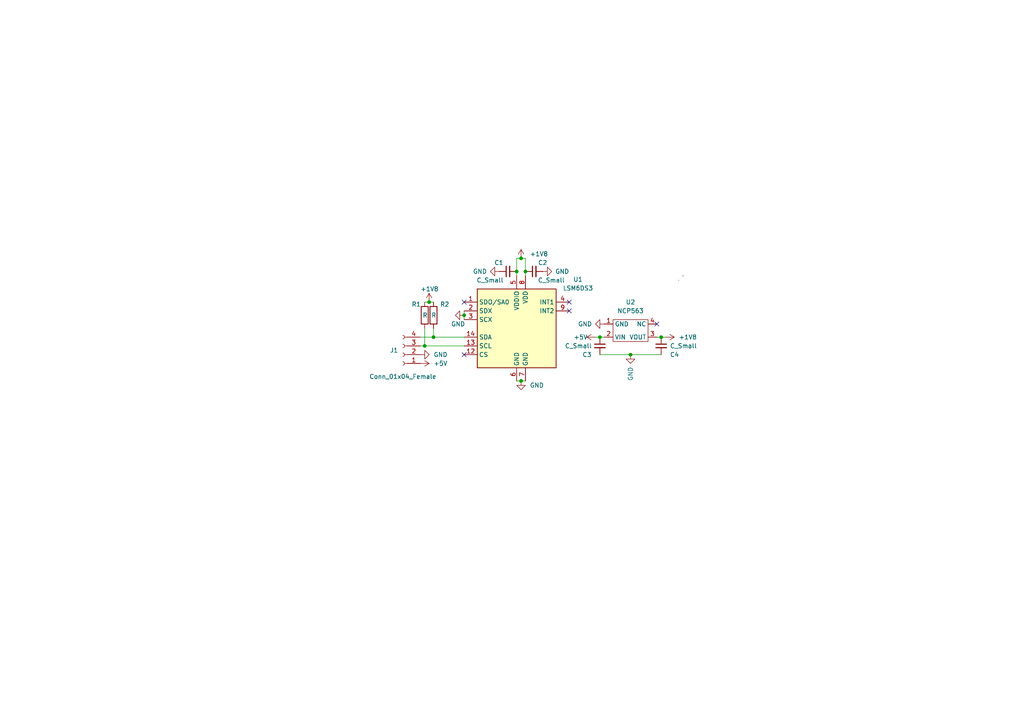
<source format=kicad_sch>
(kicad_sch (version 20211123) (generator eeschema)
  (paper "A4")
  (lib_symbols
    (symbol "Connector:Conn_01x04_Female" (pin_names (offset 1.016) hide)
      (property "Reference" "J" (at 0 5.08 0))
      (property "Value" "Conn_01x04_Female" (at 0 -7.62 0))
      (symbol "Conn_01x04_Female_1_1"
        (arc (start 0 -4.572) (mid -0.508 -5.08) (end 0 -5.588) (stroke (width 0.1524)))
        (arc (start 0 -2.032) (mid -0.508 -2.54) (end 0 -3.048) (stroke (width 0.1524)))
        (polyline (pts (xy -1.27 -5.08) (xy -0.508 -5.08)) (stroke (width 0.1524)))
        (polyline (pts (xy -1.27 -2.54) (xy -0.508 -2.54)) (stroke (width 0.1524)))
        (polyline (pts (xy -1.27 0) (xy -0.508 0)) (stroke (width 0.1524)))
        (polyline (pts (xy -1.27 2.54) (xy -0.508 2.54)) (stroke (width 0.1524)))
        (arc (start 0 0.508) (mid -0.508 0) (end 0 -0.508) (stroke (width 0.1524)))
        (arc (start 0 3.048) (mid -0.508 2.54) (end 0 2.032) (stroke (width 0.1524)))
        (pin passive line (at -5.08 2.54 0) (length 3.81) (name "Pin_1") (number "1"))
        (pin passive line (at -5.08 0 0) (length 3.81) (name "Pin_2") (number "2"))
        (pin passive line (at -5.08 -2.54 0) (length 3.81) (name "Pin_3") (number "3"))
        (pin passive line (at -5.08 -5.08 0) (length 3.81) (name "Pin_4") (number "4"))
      )
    )
    (symbol "Device:C_Small" (pin_numbers hide) (pin_names (offset 0.254) hide)
      (property "Reference" "C" (at 0.254 1.778 0))
      (property "Value" "C_Small" (at 0.254 -2.032 0))
      (symbol "C_Small_0_1"
        (polyline (pts (xy -1.524 -0.508) (xy 1.524 -0.508)) (stroke (width 0.3302)))
        (polyline (pts (xy -1.524 0.508) (xy 1.524 0.508)) (stroke (width 0.3048)))
      )
      (symbol "C_Small_1_1"
        (pin passive line (at 0 2.54 270) (length 2.032) (name "~") (number "1"))
        (pin passive line (at 0 -2.54 90) (length 2.032) (name "~") (number "2"))
      )
    )
    (symbol "Device:R" (pin_numbers hide) (pin_names (offset 0))
      (property "Reference" "R" (at 2.032 0 90))
      (property "Value" "R" (at 0 0 90))
      (symbol "R_0_1"
        (rectangle (start -1.016 -2.54) (end 1.016 2.54) (stroke (width 0.254)))
      )
      (symbol "R_1_1"
        (pin passive line (at 0 3.81 270) (length 1.27) (name "~") (number "1"))
        (pin passive line (at 0 -3.81 90) (length 1.27) (name "~") (number "2"))
      )
    )
    (symbol "NCP563:NCP563"
      (property "Reference" "U" (at 0 0 0))
      (property "Value" "NCP563" (at 0 -2.54 0))
      (symbol "NCP563_0_1"
        (rectangle (start 5.08 -10.16) (end -5.08 -3.81))
        (rectangle (start 13.97 7.62) (end 13.97 7.62))
        (rectangle (start 13.97 7.62) (end 13.97 7.62))
        (rectangle (start 13.97 7.62) (end 13.97 7.62))
        (rectangle (start 13.97 7.62) (end 13.97 7.62))
        (rectangle (start 13.97 7.62) (end 13.97 7.62))
        (rectangle (start 15.24 8.89) (end 15.24 8.89))
        (rectangle (start 15.24 8.89) (end 15.24 8.89))
        (rectangle (start 15.24 8.89) (end 15.24 8.89))
        (rectangle (start 15.24 8.89) (end 15.24 8.89))
        (rectangle (start 15.24 8.89) (end 15.24 8.89))
      )
      (symbol "NCP563_1_1"
        (pin input line (at -7.62 -5.08 0) (length 2.54) (name "GND") (number "1"))
        (pin input line (at -7.62 -8.89 0) (length 2.54) (name "VIN") (number "2"))
        (pin input line (at 7.62 -8.89 180) (length 2.54) (name "VOUT") (number "3"))
        (pin input line (at 7.62 -5.08 180) (length 2.54) (name "NC") (number "4"))
      )
    )
    (symbol "Sensor_Motion:LSM6DS3"
      (property "Reference" "U" (at -11.43 15.24 0))
      (property "Value" "LSM6DS3" (at -11.43 12.7 0))
      (symbol "LSM6DS3_0_1"
        (rectangle (start 11.43 11.43) (end -11.43 -11.43) (stroke (width 0.254)) (fill (type background)))
      )
      (symbol "LSM6DS3_1_1"
        (pin bidirectional line (at -15.24 7.62 0) (length 3.81) (name "SDO/SA0") (number "1"))
        (pin no_connect line (at 10.16 -5.08 180) (length 3.81) hide (name "NC") (number "10"))
        (pin no_connect line (at 10.16 -2.54 180) (length 3.81) hide (name "NC") (number "11"))
        (pin input line (at -15.24 -7.62 0) (length 3.81) (name "CS") (number "12"))
        (pin input line (at -15.24 -5.08 0) (length 3.81) (name "SCL") (number "13"))
        (pin bidirectional line (at -15.24 -2.54 0) (length 3.81) (name "SDA") (number "14"))
        (pin bidirectional line (at -15.24 5.08 0) (length 3.81) (name "SDX") (number "2"))
        (pin input line (at -15.24 2.54 0) (length 3.81) (name "SCX") (number "3"))
        (pin output line (at 15.24 7.62 180) (length 3.81) (name "INT1") (number "4"))
        (pin power_in line (at 0 15.24 270) (length 3.81) (name "VDDIO") (number "5"))
        (pin power_in line (at 0 -15.24 90) (length 3.81) (name "GND") (number "6"))
        (pin power_in line (at 2.54 -15.24 90) (length 3.81) (name "GND") (number "7"))
        (pin power_in line (at 2.54 15.24 270) (length 3.81) (name "VDD") (number "8"))
        (pin output line (at 15.24 5.08 180) (length 3.81) (name "INT2") (number "9"))
      )
    )
    (symbol "power:+1V8" (power) (pin_names (offset 0))
      (property "Value" "+1V8" (at 0 3.556 0))
      (symbol "+1V8_0_1"
        (polyline (pts (xy -0.762 1.27) (xy 0 2.54)))
        (polyline (pts (xy 0 0) (xy 0 2.54)))
        (polyline (pts (xy 0 2.54) (xy 0.762 1.27)))
      )
      (symbol "+1V8_1_1"
        (pin power_in line (at 0 0 90) (length 0) hide (name "+1V8") (number "1"))
      )
    )
    (symbol "power:+5V" (power) (pin_names (offset 0))
      (property "Value" "+5V" (at 0 3.556 0))
      (symbol "+5V_0_1"
        (polyline (pts (xy -0.762 1.27) (xy 0 2.54)))
        (polyline (pts (xy 0 0) (xy 0 2.54)))
        (polyline (pts (xy 0 2.54) (xy 0.762 1.27)))
      )
      (symbol "+5V_1_1"
        (pin power_in line (at 0 0 90) (length 0) hide (name "+5V") (number "1"))
      )
    )
    (symbol "power:GND" (power) (pin_names (offset 0))
      (property "Value" "GND" (at 0 -3.81 0))
      (symbol "GND_0_1"
        (polyline (pts (xy 0 0) (xy 0 -1.27) (xy 1.27 -1.27) (xy 0 -2.54) (xy -1.27 -1.27) (xy 0 -1.27)))
      )
      (symbol "GND_1_1"
        (pin power_in line (at 0 0 270) (length 0) hide (name "GND") (number "1"))
      )
    )
  )
  (junction (at 151.13 74.93))
  (junction (at 191.77 97.79))
  (junction (at 173.99 97.79))
  (junction (at 124.46 87.63))
  (junction (at 149.86 78.74))
  (junction (at 151.13 110.49))
  (junction (at 125.73 97.79))
  (junction (at 123.19 100.33))
  (junction (at 134.62 91.44))
  (junction (at 182.88 102.87))
  (junction (at 152.4 78.74))
  (no_connect (at 134.62 102.87))
  (no_connect (at 134.62 87.63))
  (no_connect (at 165.1 87.63))
  (no_connect (at 165.1 90.17))
  (no_connect (at 190.5 93.98))
  (wire (pts (xy 151.13 110.49) (xy 152.4 110.49)))
  (wire (pts (xy 125.73 95.25) (xy 125.73 97.79)))
  (wire (pts (xy 191.77 97.79) (xy 193.04 97.79)))
  (wire (pts (xy 152.4 80.01) (xy 152.4 78.74)))
  (wire (pts (xy 173.99 102.87) (xy 182.88 102.87)))
  (wire (pts (xy 149.86 78.74) (xy 149.86 74.93)))
  (wire (pts (xy 121.92 100.33) (xy 123.19 100.33)))
  (wire (pts (xy 134.62 90.17) (xy 134.62 91.44)))
  (wire (pts (xy 190.5 97.79) (xy 191.77 97.79)))
  (wire (pts (xy 134.62 91.44) (xy 134.62 92.71)))
  (wire (pts (xy 173.99 97.79) (xy 175.26 97.79)))
  (wire (pts (xy 152.4 74.93) (xy 151.13 74.93)))
  (wire (pts (xy 123.19 87.63) (xy 124.46 87.63)))
  (wire (pts (xy 152.4 78.74) (xy 152.4 74.93)))
  (wire (pts (xy 125.73 97.79) (xy 134.62 97.79)))
  (wire (pts (xy 149.86 74.93) (xy 151.13 74.93)))
  (wire (pts (xy 172.72 97.79) (xy 173.99 97.79)))
  (wire (pts (xy 121.92 97.79) (xy 125.73 97.79)))
  (wire (pts (xy 149.86 80.01) (xy 149.86 78.74)))
  (wire (pts (xy 123.19 100.33) (xy 134.62 100.33)))
  (wire (pts (xy 124.46 87.63) (xy 125.73 87.63)))
  (wire (pts (xy 123.19 95.25) (xy 123.19 100.33)))
  (wire (pts (xy 182.88 102.87) (xy 191.77 102.87)))
  (wire (pts (xy 149.86 110.49) (xy 151.13 110.49)))
  (symbol (lib_id "Connector:Conn_01x04_Female") (at 116.84 102.87 180) (unit 1)
    (property "Reference" "J1" (at 114.3 101.6 0))
    (property "Value" "Conn_01x04_Female" (at 116.84 109.22 0))
    (property "Footprint" "Connector_PinHeader_2.54mm:PinHeader_1x04_P2.54mm_Vertical" (effects hide))
  )
  (symbol (lib_id "power:GND") (at 175.26 93.98 270) (unit 1)
    (property "Reference" "#PWR010" (effects hide))
    (property "Value" "GND" (at 167.64 93.98 90) (effects (justify left)))
  )
  (symbol (lib_id "power:GND") (at 134.62 91.44 270) (unit 1)
    (property "Reference" "#PWR04" (effects hide))
    (property "Value" "GND" (at 130.81 93.98 90) (effects (justify left)))
  )
  (symbol (lib_id "Device:C_Small") (at 173.99 100.33 0) (unit 1)
    (property "Reference" "C3" (at 168.91 102.87 0) (effects (justify left)))
    (property "Value" "C_Small" (at 163.83 100.33 0) (effects (justify left)))
    (property "Footprint" "Capacitor_SMD:C_0201_0603Metric" (effects hide))
  )
  (symbol (lib_id "Device:C_Small") (at 154.94 78.74 90) (unit 1)
    (property "Reference" "C2" (at 158.75 76.2 90) (effects (justify left)))
    (property "Value" "C_Small" (at 163.83 81.28 90) (effects (justify left)))
    (property "Footprint" "Capacitor_SMD:C_0201_0603Metric" (effects hide))
  )
  (symbol (lib_id "power:+5V") (at 172.72 97.79 90) (unit 1)
    (property "Reference" "#PWR09" (effects hide))
    (property "Value" "+5V" (at 166.37 97.79 90) (effects (justify right)))
  )
  (symbol (lib_id "Device:C_Small") (at 147.32 78.74 90) (unit 1)
    (property "Reference" "C1" (at 146.05 76.2 90) (effects (justify left)))
    (property "Value" "C_Small" (at 146.05 81.28 90) (effects (justify left)))
    (property "Footprint" "Capacitor_SMD:C_0201_0603Metric" (effects hide))
  )
  (symbol (lib_id "power:+1V8") (at 151.13 74.93 0) (unit 1)
    (property "Reference" "#PWR06" (effects hide))
    (property "Value" "+1V8" (at 153.67 73.6599 0) (effects (justify left)))
  )
  (symbol (lib_id "power:GND") (at 157.48 78.74 90) (unit 1)
    (property "Reference" "#PWR08" (effects hide))
    (property "Value" "GND" (at 165.1 78.74 90) (effects (justify left)))
  )
  (symbol (lib_id "power:GND") (at 121.92 102.87 90) (unit 1)
    (property "Reference" "#PWR01" (effects hide))
    (property "Value" "GND" (at 125.73 102.8699 90) (effects (justify right)))
  )
  (symbol (lib_id "power:GND") (at 144.78 78.74 270) (unit 1)
    (property "Reference" "#PWR05" (effects hide))
    (property "Value" "GND" (at 137.16 78.74 90) (effects (justify left)))
  )
  (symbol (lib_id "NCP563:NCP563") (at 182.88 88.9 0) (unit 1)
    (property "Reference" "U2" (at 182.88 87.63 0))
    (property "Value" "NCP563" (at 182.88 90.17 0))
    (property "Footprint" "LSM6DS3:NCP563" (effects hide))
  )
  (symbol (lib_id "Device:C_Small") (at 191.77 100.33 0) (unit 1)
    (property "Reference" "C4" (at 194.31 102.87 0) (effects (justify left)))
    (property "Value" "C_Small" (at 194.31 100.33 0) (effects (justify left)))
    (property "Footprint" "Capacitor_SMD:C_0201_0603Metric" (effects hide))
  )
  (symbol (lib_id "power:+1V8") (at 193.04 97.79 270) (unit 1)
    (property "Reference" "#PWR012" (effects hide))
    (property "Value" "+1V8" (at 196.85 97.7899 90) (effects (justify left)))
  )
  (symbol (lib_id "Sensor_Motion:LSM6DS3") (at 149.86 95.25 0) (unit 1)
    (property "Reference" "U1" (at 167.64 81.0512 0))
    (property "Value" "LSM6DS3" (at 167.64 83.5912 0))
    (property "Footprint" "Package_LGA:LGA-14_3x2.5mm_P0.5mm_LayoutBorder3x4y" (effects hide))
    (property "Datasheet" "www.st.com/resource/en/datasheet/lsm6ds3.pdf" (effects hide))
  )
  (symbol (lib_id "power:+5V") (at 121.92 105.41 270) (unit 1)
    (property "Reference" "#PWR02" (effects hide))
    (property "Value" "+5V" (at 125.73 105.4099 90) (effects (justify left)))
  )
  (symbol (lib_id "Device:R") (at 123.19 91.44 0) (unit 1)
    (property "Reference" "R1" (at 119.38 88.265 0) (effects (justify left)))
    (property "Value" "R" (at 122.555 91.44 0) (effects (justify left)))
    (property "Footprint" "Resistor_SMD:R_0201_0603Metric" (effects hide))
  )
  (symbol (lib_id "power:GND") (at 151.13 110.49 0) (unit 1)
    (property "Reference" "#PWR07" (effects hide))
    (property "Value" "GND" (at 153.67 111.7599 0) (effects (justify left)))
  )
  (symbol (lib_id "power:+1V8") (at 124.46 87.63 0) (unit 1)
    (property "Reference" "#PWR03" (effects hide))
    (property "Value" "+1V8" (at 121.92 83.82 0) (effects (justify left)))
  )
  (symbol (lib_id "Device:R") (at 125.73 91.44 0) (unit 1)
    (property "Reference" "R2" (at 127.635 88.265 0) (effects (justify left)))
    (property "Value" "R" (at 125.095 91.44 0) (effects (justify left)))
    (property "Footprint" "Resistor_SMD:R_0201_0603Metric" (effects hide))
  )
  (symbol (lib_id "power:GND") (at 182.88 102.87 0) (unit 1)
    (property "Reference" "#PWR011" (effects hide))
    (property "Value" "GND" (at 182.88 110.49 90) (effects (justify left)))
  )
)
</source>
